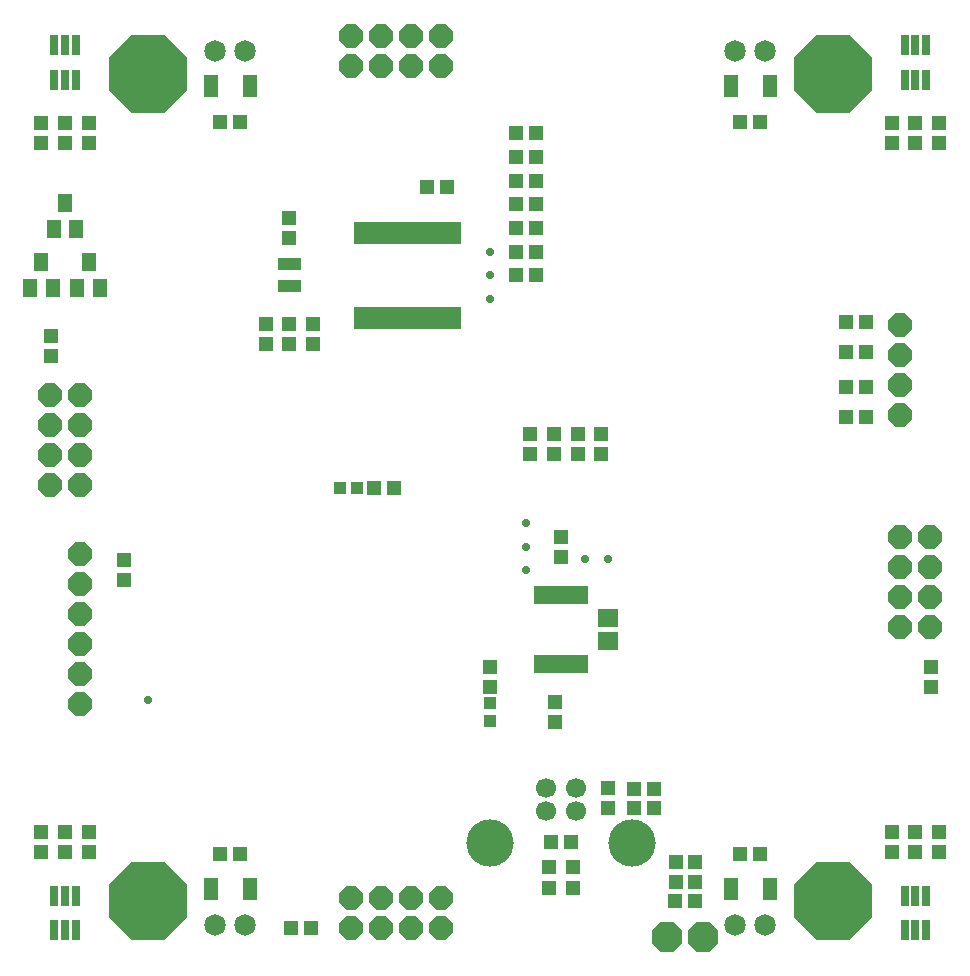
<source format=gbr>
G04 --- HEADER BEGIN --- *
%TF.GenerationSoftware,LibrePCB,LibrePCB,0.1.0*%
%TF.CreationDate,2017-11-17T17:15:03*%
%TF.ProjectId,Dancepad - Dancepad,5234ce1f-a5e1-4fe4-82c5-c527dd5c2ef1,v1*%
%TF.Part,Single*%
%FSLAX66Y66*%
%MOMM*%
G01*
G74*
G04 --- HEADER END --- *
G04 --- APERTURE LIST BEGIN --- *
%ADD10R,1.3X1.2*%
%ADD11R,1.2X1.3*%
%ADD12P,7.2X8X22.5*%
%ADD13C,1.8256*%
%ADD14C,0.7*%
%ADD15P,2.2X8X112.5*%
%ADD16R,1.2X1.9*%
%ADD17R,0.7X1.8*%
%ADD18R,0.65X1.95*%
%ADD19P,2.74X8X22.5*%
%ADD20R,1.0X1.0*%
%ADD21P,2.2X8X292.5*%
%ADD22R,1.2X1.6*%
%ADD23P,2.2X8X22.5*%
%ADD24P,2.2X8X202.5*%
%ADD25R,0.65X1.65*%
%ADD26R,0.65X1.1*%
%ADD27P,2.2X8X-67.5*%
%ADD28C,4.0*%
%ADD29C,1.7*%
%ADD30R,1.7X1.5*%
G04 --- APERTURE LIST END --- *
G04 --- BOARD BEGIN --- *
D10*
X4000000Y10850000D03*
X4000000Y9150000D03*
X74000000Y10850000D03*
X74000000Y9150000D03*
X36350000Y65500000D03*
X34650000Y65500000D03*
D11*
X77300000Y23150000D03*
X77300000Y24850000D03*
X43850000Y60000000D03*
X42150000Y60000000D03*
D12*
X69000000Y75000000D03*
D10*
X2000000Y69150000D03*
X2000000Y70850000D03*
D12*
X11000000Y5000000D03*
D10*
X76000000Y69150000D03*
X76000000Y70850000D03*
D13*
X19270000Y3000000D03*
X16730000Y3000000D03*
D10*
X23150000Y2700000D03*
X24850000Y2700000D03*
D11*
X53850000Y12900000D03*
X52150000Y12900000D03*
D14*
X50000000Y34000000D03*
D10*
X49400000Y42850000D03*
X49400000Y44550000D03*
D15*
X74730000Y51270000D03*
X74730000Y53810000D03*
X74730000Y46190000D03*
X74730000Y48730000D03*
D10*
X6000000Y10850000D03*
X6000000Y9150000D03*
D11*
X18850000Y71000000D03*
X17150000Y71000000D03*
D10*
X40000000Y24850000D03*
X40000000Y23150000D03*
D15*
X74730000Y33270000D03*
X74730000Y30730000D03*
X77270000Y33270000D03*
X77270000Y28190000D03*
X74730000Y28190000D03*
X74730000Y35810000D03*
X77270000Y35810000D03*
X77270000Y30730000D03*
D11*
X71850000Y48500000D03*
X70150000Y48500000D03*
D10*
X21000000Y52150000D03*
X21000000Y53850000D03*
D14*
X43000000Y33000000D03*
D10*
X9000000Y33850000D03*
X9000000Y32150000D03*
X76000000Y10850000D03*
X76000000Y9150000D03*
D11*
X50000000Y12850000D03*
X50000000Y14550000D03*
D10*
X74000000Y69150000D03*
X74000000Y70850000D03*
D16*
X16350000Y6000000D03*
X19650000Y6000000D03*
D17*
X4900000Y5475000D03*
X4000000Y2525000D03*
X3100000Y5475000D03*
X4900000Y2525000D03*
X4000000Y5475000D03*
X3100000Y2525000D03*
D10*
X78000000Y69150000D03*
X78000000Y70850000D03*
D17*
X76900000Y5475000D03*
X76000000Y2525000D03*
X75100000Y5475000D03*
X76900000Y2525000D03*
X76000000Y5475000D03*
X75100000Y2525000D03*
D18*
X34625000Y61600000D03*
X32675000Y54400000D03*
X32675000Y61600000D03*
X36575000Y61600000D03*
X33975000Y54400000D03*
X28775000Y61600000D03*
X30725000Y54400000D03*
X32025000Y61600000D03*
X29425000Y61600000D03*
X30075000Y54400000D03*
X33975000Y61600000D03*
X34625000Y54400000D03*
X32025000Y54400000D03*
X31375000Y61600000D03*
X37225000Y54400000D03*
X30725000Y61600000D03*
X29425000Y54400000D03*
X35275000Y54400000D03*
X35925000Y54400000D03*
X37225000Y61600000D03*
X35275000Y61600000D03*
X36575000Y54400000D03*
X33325000Y61600000D03*
X28775000Y54400000D03*
X35925000Y61600000D03*
X33325000Y54400000D03*
X30075000Y61600000D03*
X31375000Y54400000D03*
D19*
X58000000Y2000000D03*
D10*
X4000000Y69150000D03*
X4000000Y70850000D03*
D11*
X61150000Y71000000D03*
X62850000Y71000000D03*
D20*
X27250000Y40000000D03*
X28750000Y40000000D03*
D11*
X42150000Y62000000D03*
X43850000Y62000000D03*
D10*
X46000000Y34150000D03*
X46000000Y35850000D03*
D14*
X40000000Y56000000D03*
D10*
X2000000Y10850000D03*
X2000000Y9150000D03*
D11*
X43850000Y70000000D03*
X42150000Y70000000D03*
D21*
X5270000Y29270000D03*
X5270000Y24190000D03*
X5270000Y26730000D03*
X5270000Y34350000D03*
X5270000Y31810000D03*
X5270000Y21650000D03*
D13*
X60730000Y77000000D03*
X63270000Y77000000D03*
D11*
X71850000Y46000000D03*
X70150000Y46000000D03*
X71850000Y51500000D03*
X70150000Y51500000D03*
D10*
X78000000Y10850000D03*
X78000000Y9150000D03*
X23000000Y52150000D03*
X23000000Y53850000D03*
D22*
X2000000Y59100000D03*
X1050000Y56900000D03*
X2950000Y56900000D03*
D10*
X43400000Y42850000D03*
X43400000Y44550000D03*
X55700000Y6650000D03*
X55700000Y8350000D03*
D11*
X18850000Y9000000D03*
X17150000Y9000000D03*
X43850000Y64000000D03*
X42150000Y64000000D03*
D10*
X47400000Y44550000D03*
X47400000Y42850000D03*
D13*
X60730000Y3000000D03*
X63270000Y3000000D03*
D14*
X43000000Y35000000D03*
D11*
X31850000Y40000000D03*
X30150000Y40000000D03*
D10*
X25000000Y52150000D03*
X25000000Y53850000D03*
D11*
X43850000Y58000000D03*
X42150000Y58000000D03*
D10*
X6000000Y69150000D03*
X6000000Y70850000D03*
D14*
X40000000Y60000000D03*
D10*
X47000000Y6150000D03*
X47000000Y7850000D03*
X55650000Y5000000D03*
X57350000Y5000000D03*
D11*
X52150000Y14500000D03*
X53850000Y14500000D03*
D10*
X45400000Y42850000D03*
X45400000Y44550000D03*
D22*
X6000000Y59100000D03*
X5050000Y56900000D03*
X6950000Y56900000D03*
D13*
X19270000Y77000000D03*
X16730000Y77000000D03*
D11*
X45500000Y21850000D03*
X45500000Y20150000D03*
D17*
X75100000Y74525000D03*
X76000000Y77475000D03*
X76900000Y74525000D03*
X75100000Y77475000D03*
X76000000Y74525000D03*
X76900000Y77475000D03*
D14*
X40000000Y58000000D03*
D16*
X63650000Y74000000D03*
X60350000Y74000000D03*
D19*
X55000000Y2000000D03*
D11*
X43850000Y66000000D03*
X42150000Y66000000D03*
D17*
X3100000Y74525000D03*
X4000000Y77475000D03*
X4900000Y74525000D03*
X3100000Y77475000D03*
X4000000Y74525000D03*
X4900000Y77475000D03*
D14*
X43000000Y37000000D03*
D23*
X33270000Y5270000D03*
X30730000Y5270000D03*
X33270000Y2730000D03*
X28190000Y2730000D03*
X28190000Y5270000D03*
X35810000Y5270000D03*
X35810000Y2730000D03*
X30730000Y2730000D03*
D12*
X69000000Y5000000D03*
D11*
X61150000Y9000000D03*
X62850000Y9000000D03*
D24*
X33270000Y75730000D03*
X30730000Y75730000D03*
X33270000Y78270000D03*
X28190000Y78270000D03*
X28190000Y75730000D03*
X35810000Y75730000D03*
X35810000Y78270000D03*
X30730000Y78270000D03*
D25*
X46000000Y25050000D03*
X44050000Y30950000D03*
X47950000Y25050000D03*
X47300000Y30950000D03*
X45350000Y25050000D03*
X47300000Y25050000D03*
X46650000Y25050000D03*
X44700000Y30950000D03*
X46000000Y30950000D03*
X44050000Y25050000D03*
X45350000Y30950000D03*
X47950000Y30950000D03*
X44700000Y25050000D03*
X46650000Y30950000D03*
D26*
X23000000Y57050000D03*
X22350000Y58950000D03*
X23650000Y58950000D03*
X23000000Y58950000D03*
X22350000Y57050000D03*
X23650000Y57050000D03*
D16*
X63650000Y6000000D03*
X60350000Y6000000D03*
D27*
X5270000Y42730000D03*
X5270000Y45270000D03*
X2730000Y42730000D03*
X2730000Y47810000D03*
X5270000Y47810000D03*
X5270000Y40190000D03*
X2730000Y40190000D03*
X2730000Y45270000D03*
D20*
X40000000Y20250000D03*
X40000000Y21750000D03*
D12*
X11000000Y75000000D03*
D10*
X57300000Y6650000D03*
X57300000Y8350000D03*
D11*
X45150000Y10000000D03*
X46850000Y10000000D03*
X2800000Y52850000D03*
X2800000Y51150000D03*
X23000000Y62850000D03*
X23000000Y61150000D03*
X71850000Y54000000D03*
X70150000Y54000000D03*
D14*
X11000000Y22000000D03*
X48000000Y34000000D03*
D22*
X4000000Y64100000D03*
X3050000Y61900000D03*
X4950000Y61900000D03*
D28*
X39980000Y9900000D03*
D29*
X44750000Y12610000D03*
X47250000Y14610000D03*
D28*
X52020000Y9900000D03*
D29*
X44750000Y14610000D03*
X47250000Y12610000D03*
D16*
X16350000Y74000000D03*
X19650000Y74000000D03*
D10*
X45000000Y6150000D03*
X45000000Y7850000D03*
D11*
X43850000Y68000000D03*
X42150000Y68000000D03*
D30*
X50000000Y27050000D03*
X50000000Y28950000D03*
G04 --- BOARD END --- *
%TF.MD5,87b7d042ac4ac5c881407ad54c951026*%
M02*

</source>
